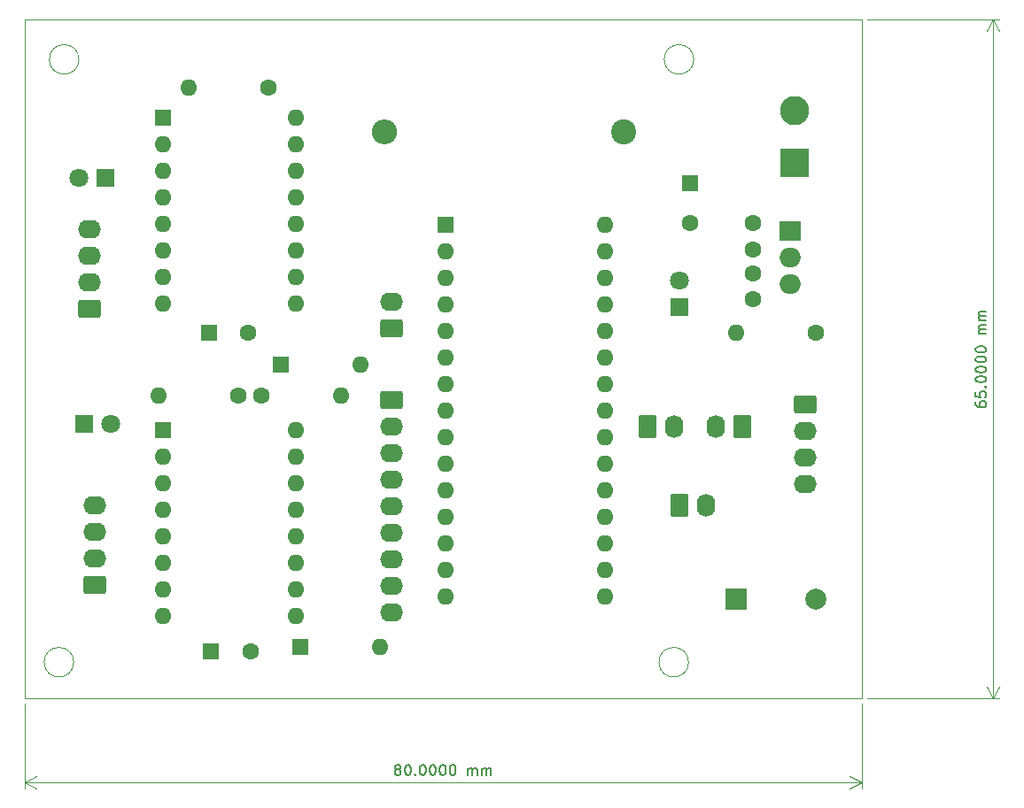
<source format=gbr>
%TF.GenerationSoftware,KiCad,Pcbnew,8.0.6*%
%TF.CreationDate,2026-01-06T07:00:52+07:00*%
%TF.ProjectId,Tesla coil winder Control board ,5465736c-6120-4636-9f69-6c2077696e64,rev?*%
%TF.SameCoordinates,Original*%
%TF.FileFunction,Soldermask,Top*%
%TF.FilePolarity,Negative*%
%FSLAX46Y46*%
G04 Gerber Fmt 4.6, Leading zero omitted, Abs format (unit mm)*
G04 Created by KiCad (PCBNEW 8.0.6) date 2026-01-06 07:00:52*
%MOMM*%
%LPD*%
G01*
G04 APERTURE LIST*
G04 Aperture macros list*
%AMRoundRect*
0 Rectangle with rounded corners*
0 $1 Rounding radius*
0 $2 $3 $4 $5 $6 $7 $8 $9 X,Y pos of 4 corners*
0 Add a 4 corners polygon primitive as box body*
4,1,4,$2,$3,$4,$5,$6,$7,$8,$9,$2,$3,0*
0 Add four circle primitives for the rounded corners*
1,1,$1+$1,$2,$3*
1,1,$1+$1,$4,$5*
1,1,$1+$1,$6,$7*
1,1,$1+$1,$8,$9*
0 Add four rect primitives between the rounded corners*
20,1,$1+$1,$2,$3,$4,$5,0*
20,1,$1+$1,$4,$5,$6,$7,0*
20,1,$1+$1,$6,$7,$8,$9,0*
20,1,$1+$1,$8,$9,$2,$3,0*%
G04 Aperture macros list end*
%ADD10C,1.600000*%
%ADD11O,1.600000X1.600000*%
%ADD12RoundRect,0.250000X0.845000X-0.620000X0.845000X0.620000X-0.845000X0.620000X-0.845000X-0.620000X0*%
%ADD13O,2.190000X1.740000*%
%ADD14RoundRect,0.250000X0.620000X0.845000X-0.620000X0.845000X-0.620000X-0.845000X0.620000X-0.845000X0*%
%ADD15O,1.740000X2.190000*%
%ADD16R,2.000000X1.905000*%
%ADD17O,2.000000X1.905000*%
%ADD18R,2.800000X2.800000*%
%ADD19C,2.800000*%
%ADD20RoundRect,0.250000X-0.620000X-0.845000X0.620000X-0.845000X0.620000X0.845000X-0.620000X0.845000X0*%
%ADD21R,1.800000X1.800000*%
%ADD22C,1.800000*%
%ADD23R,1.600000X1.600000*%
%ADD24RoundRect,0.250000X-0.845000X0.620000X-0.845000X-0.620000X0.845000X-0.620000X0.845000X0.620000X0*%
%ADD25R,2.000000X2.000000*%
%ADD26C,2.000000*%
%ADD27C,2.400000*%
%ADD28O,2.400000X2.400000*%
%TA.AperFunction,Profile*%
%ADD29C,0.050000*%
%TD*%
%ADD30C,0.150000*%
G04 APERTURE END LIST*
D10*
%TO.C,C5*%
X111500000Y-42810000D03*
X111500000Y-45310000D03*
%TD*%
%TO.C,R1*%
X65223144Y-25000000D03*
D11*
X57603144Y-25000000D03*
%TD*%
D12*
%TO.C,J5*%
X48603144Y-72576856D03*
D13*
X48603144Y-70036856D03*
X48603144Y-67496856D03*
X48603144Y-64956856D03*
%TD*%
D14*
%TO.C,J7*%
X110540000Y-57500000D03*
D15*
X108000000Y-57500000D03*
%TD*%
D16*
%TO.C,U1*%
X115055000Y-38730000D03*
D17*
X115055000Y-41270000D03*
X115055000Y-43810000D03*
%TD*%
D10*
%TO.C,R4*%
X64500000Y-54500000D03*
D11*
X72120000Y-54500000D03*
%TD*%
D18*
%TO.C,J3*%
X115500000Y-32230000D03*
D19*
X115500000Y-27230000D03*
%TD*%
D20*
%TO.C,J8*%
X104460000Y-65000000D03*
D15*
X107000000Y-65000000D03*
%TD*%
D12*
%TO.C,J4*%
X48103144Y-46200000D03*
D13*
X48103144Y-43660000D03*
X48103144Y-41120000D03*
X48103144Y-38580000D03*
%TD*%
D21*
%TO.C,D2*%
X49603144Y-33696856D03*
D22*
X47063144Y-33696856D03*
%TD*%
D23*
%TO.C,A1*%
X82180000Y-38120000D03*
D11*
X82180000Y-40660000D03*
X82180000Y-43200000D03*
X82180000Y-45740000D03*
X82180000Y-48280000D03*
X82180000Y-50820000D03*
X82180000Y-53360000D03*
X82180000Y-55900000D03*
X82180000Y-58440000D03*
X82180000Y-60980000D03*
X82180000Y-63520000D03*
X82180000Y-66060000D03*
X82180000Y-68600000D03*
X82180000Y-71140000D03*
X82180000Y-73680000D03*
X97420000Y-73680000D03*
X97420000Y-71140000D03*
X97420000Y-68600000D03*
X97420000Y-66060000D03*
X97420000Y-63520000D03*
X97420000Y-60980000D03*
X97420000Y-58440000D03*
X97420000Y-55900000D03*
X97420000Y-53360000D03*
X97420000Y-50820000D03*
X97420000Y-48280000D03*
X97420000Y-45740000D03*
X97420000Y-43200000D03*
X97420000Y-40660000D03*
X97420000Y-38120000D03*
%TD*%
D23*
%TO.C,C2*%
X59500000Y-48500000D03*
D10*
X63300000Y-48500000D03*
%TD*%
%TO.C,C4*%
X111500000Y-38000000D03*
X111500000Y-40500000D03*
%TD*%
%TO.C,R3*%
X117555000Y-48500000D03*
D11*
X109935000Y-48500000D03*
%TD*%
D20*
%TO.C,J6*%
X101460000Y-57500000D03*
D15*
X104000000Y-57500000D03*
%TD*%
D10*
%TO.C,R2*%
X62310000Y-54500000D03*
D11*
X54690000Y-54500000D03*
%TD*%
D23*
%TO.C,A3*%
X55103144Y-57766856D03*
D11*
X55103144Y-60306856D03*
X55103144Y-62846856D03*
X55103144Y-65386856D03*
X55103144Y-67926856D03*
X55103144Y-70466856D03*
X55103144Y-73006856D03*
X55103144Y-75546856D03*
X67803144Y-75546856D03*
X67803144Y-73006856D03*
X67803144Y-70466856D03*
X67803144Y-67926856D03*
X67803144Y-65386856D03*
X67803144Y-62846856D03*
X67803144Y-60306856D03*
X67803144Y-57766856D03*
%TD*%
D23*
%TO.C,C1*%
X59700000Y-79000000D03*
D10*
X63500000Y-79000000D03*
%TD*%
D24*
%TO.C,J10*%
X77000000Y-54920000D03*
D13*
X77000000Y-57460000D03*
X77000000Y-60000000D03*
X77000000Y-62540000D03*
X77000000Y-65080000D03*
X77000000Y-67620000D03*
X77000000Y-70160000D03*
X77000000Y-72700000D03*
X77000000Y-75240000D03*
%TD*%
D24*
%TO.C,J2*%
X116500000Y-55380000D03*
D13*
X116500000Y-57920000D03*
X116500000Y-60460000D03*
X116500000Y-63000000D03*
%TD*%
D23*
%TO.C,A2*%
X55103144Y-27920000D03*
D11*
X55103144Y-30460000D03*
X55103144Y-33000000D03*
X55103144Y-35540000D03*
X55103144Y-38080000D03*
X55103144Y-40620000D03*
X55103144Y-43160000D03*
X55103144Y-45700000D03*
X67803144Y-45700000D03*
X67803144Y-43160000D03*
X67803144Y-40620000D03*
X67803144Y-38080000D03*
X67803144Y-35540000D03*
X67803144Y-33000000D03*
X67803144Y-30460000D03*
X67803144Y-27920000D03*
%TD*%
D25*
%TO.C,BZ1*%
X109900000Y-74000000D03*
D26*
X117500000Y-74000000D03*
%TD*%
D23*
%TO.C,C3*%
X105500000Y-34200000D03*
D10*
X105500000Y-38000000D03*
%TD*%
D23*
%TO.C,D5*%
X68303144Y-78536856D03*
D11*
X75923144Y-78536856D03*
%TD*%
D12*
%TO.C,J9*%
X77020000Y-48040000D03*
D13*
X77020000Y-45500000D03*
%TD*%
D21*
%TO.C,D1*%
X47563144Y-57196856D03*
D22*
X50103144Y-57196856D03*
%TD*%
D21*
%TO.C,D3*%
X104500000Y-46040000D03*
D22*
X104500000Y-43500000D03*
%TD*%
D27*
%TO.C,F1*%
X99200000Y-29230000D03*
D28*
X76340000Y-29230000D03*
%TD*%
D23*
%TO.C,D4*%
X66380000Y-51536856D03*
D11*
X74000000Y-51536856D03*
%TD*%
D29*
X46603145Y-80000000D02*
G75*
G02*
X43774717Y-80000000I-1414214J0D01*
G01*
X43774717Y-80000000D02*
G75*
G02*
X46603145Y-80000000I1414214J0D01*
G01*
X105868717Y-22333726D02*
G75*
G02*
X103040289Y-22333726I-1414214J0D01*
G01*
X103040289Y-22333726D02*
G75*
G02*
X105868717Y-22333726I1414214J0D01*
G01*
X41915087Y-18487449D02*
X121915087Y-18487449D01*
X121915087Y-83487449D01*
X41915087Y-83487449D01*
X41915087Y-18487449D01*
X105368717Y-80000000D02*
G75*
G02*
X102540289Y-80000000I-1414214J0D01*
G01*
X102540289Y-80000000D02*
G75*
G02*
X105368717Y-80000000I1414214J0D01*
G01*
X47103145Y-22333726D02*
G75*
G02*
X44274717Y-22333726I-1414214J0D01*
G01*
X44274717Y-22333726D02*
G75*
G02*
X47103145Y-22333726I1414214J0D01*
G01*
D30*
X77486516Y-90233389D02*
X77391278Y-90185770D01*
X77391278Y-90185770D02*
X77343659Y-90138151D01*
X77343659Y-90138151D02*
X77296040Y-90042913D01*
X77296040Y-90042913D02*
X77296040Y-89995294D01*
X77296040Y-89995294D02*
X77343659Y-89900056D01*
X77343659Y-89900056D02*
X77391278Y-89852437D01*
X77391278Y-89852437D02*
X77486516Y-89804818D01*
X77486516Y-89804818D02*
X77676992Y-89804818D01*
X77676992Y-89804818D02*
X77772230Y-89852437D01*
X77772230Y-89852437D02*
X77819849Y-89900056D01*
X77819849Y-89900056D02*
X77867468Y-89995294D01*
X77867468Y-89995294D02*
X77867468Y-90042913D01*
X77867468Y-90042913D02*
X77819849Y-90138151D01*
X77819849Y-90138151D02*
X77772230Y-90185770D01*
X77772230Y-90185770D02*
X77676992Y-90233389D01*
X77676992Y-90233389D02*
X77486516Y-90233389D01*
X77486516Y-90233389D02*
X77391278Y-90281008D01*
X77391278Y-90281008D02*
X77343659Y-90328627D01*
X77343659Y-90328627D02*
X77296040Y-90423865D01*
X77296040Y-90423865D02*
X77296040Y-90614341D01*
X77296040Y-90614341D02*
X77343659Y-90709579D01*
X77343659Y-90709579D02*
X77391278Y-90757199D01*
X77391278Y-90757199D02*
X77486516Y-90804818D01*
X77486516Y-90804818D02*
X77676992Y-90804818D01*
X77676992Y-90804818D02*
X77772230Y-90757199D01*
X77772230Y-90757199D02*
X77819849Y-90709579D01*
X77819849Y-90709579D02*
X77867468Y-90614341D01*
X77867468Y-90614341D02*
X77867468Y-90423865D01*
X77867468Y-90423865D02*
X77819849Y-90328627D01*
X77819849Y-90328627D02*
X77772230Y-90281008D01*
X77772230Y-90281008D02*
X77676992Y-90233389D01*
X78486516Y-89804818D02*
X78581754Y-89804818D01*
X78581754Y-89804818D02*
X78676992Y-89852437D01*
X78676992Y-89852437D02*
X78724611Y-89900056D01*
X78724611Y-89900056D02*
X78772230Y-89995294D01*
X78772230Y-89995294D02*
X78819849Y-90185770D01*
X78819849Y-90185770D02*
X78819849Y-90423865D01*
X78819849Y-90423865D02*
X78772230Y-90614341D01*
X78772230Y-90614341D02*
X78724611Y-90709579D01*
X78724611Y-90709579D02*
X78676992Y-90757199D01*
X78676992Y-90757199D02*
X78581754Y-90804818D01*
X78581754Y-90804818D02*
X78486516Y-90804818D01*
X78486516Y-90804818D02*
X78391278Y-90757199D01*
X78391278Y-90757199D02*
X78343659Y-90709579D01*
X78343659Y-90709579D02*
X78296040Y-90614341D01*
X78296040Y-90614341D02*
X78248421Y-90423865D01*
X78248421Y-90423865D02*
X78248421Y-90185770D01*
X78248421Y-90185770D02*
X78296040Y-89995294D01*
X78296040Y-89995294D02*
X78343659Y-89900056D01*
X78343659Y-89900056D02*
X78391278Y-89852437D01*
X78391278Y-89852437D02*
X78486516Y-89804818D01*
X79248421Y-90709579D02*
X79296040Y-90757199D01*
X79296040Y-90757199D02*
X79248421Y-90804818D01*
X79248421Y-90804818D02*
X79200802Y-90757199D01*
X79200802Y-90757199D02*
X79248421Y-90709579D01*
X79248421Y-90709579D02*
X79248421Y-90804818D01*
X79915087Y-89804818D02*
X80010325Y-89804818D01*
X80010325Y-89804818D02*
X80105563Y-89852437D01*
X80105563Y-89852437D02*
X80153182Y-89900056D01*
X80153182Y-89900056D02*
X80200801Y-89995294D01*
X80200801Y-89995294D02*
X80248420Y-90185770D01*
X80248420Y-90185770D02*
X80248420Y-90423865D01*
X80248420Y-90423865D02*
X80200801Y-90614341D01*
X80200801Y-90614341D02*
X80153182Y-90709579D01*
X80153182Y-90709579D02*
X80105563Y-90757199D01*
X80105563Y-90757199D02*
X80010325Y-90804818D01*
X80010325Y-90804818D02*
X79915087Y-90804818D01*
X79915087Y-90804818D02*
X79819849Y-90757199D01*
X79819849Y-90757199D02*
X79772230Y-90709579D01*
X79772230Y-90709579D02*
X79724611Y-90614341D01*
X79724611Y-90614341D02*
X79676992Y-90423865D01*
X79676992Y-90423865D02*
X79676992Y-90185770D01*
X79676992Y-90185770D02*
X79724611Y-89995294D01*
X79724611Y-89995294D02*
X79772230Y-89900056D01*
X79772230Y-89900056D02*
X79819849Y-89852437D01*
X79819849Y-89852437D02*
X79915087Y-89804818D01*
X80867468Y-89804818D02*
X80962706Y-89804818D01*
X80962706Y-89804818D02*
X81057944Y-89852437D01*
X81057944Y-89852437D02*
X81105563Y-89900056D01*
X81105563Y-89900056D02*
X81153182Y-89995294D01*
X81153182Y-89995294D02*
X81200801Y-90185770D01*
X81200801Y-90185770D02*
X81200801Y-90423865D01*
X81200801Y-90423865D02*
X81153182Y-90614341D01*
X81153182Y-90614341D02*
X81105563Y-90709579D01*
X81105563Y-90709579D02*
X81057944Y-90757199D01*
X81057944Y-90757199D02*
X80962706Y-90804818D01*
X80962706Y-90804818D02*
X80867468Y-90804818D01*
X80867468Y-90804818D02*
X80772230Y-90757199D01*
X80772230Y-90757199D02*
X80724611Y-90709579D01*
X80724611Y-90709579D02*
X80676992Y-90614341D01*
X80676992Y-90614341D02*
X80629373Y-90423865D01*
X80629373Y-90423865D02*
X80629373Y-90185770D01*
X80629373Y-90185770D02*
X80676992Y-89995294D01*
X80676992Y-89995294D02*
X80724611Y-89900056D01*
X80724611Y-89900056D02*
X80772230Y-89852437D01*
X80772230Y-89852437D02*
X80867468Y-89804818D01*
X81819849Y-89804818D02*
X81915087Y-89804818D01*
X81915087Y-89804818D02*
X82010325Y-89852437D01*
X82010325Y-89852437D02*
X82057944Y-89900056D01*
X82057944Y-89900056D02*
X82105563Y-89995294D01*
X82105563Y-89995294D02*
X82153182Y-90185770D01*
X82153182Y-90185770D02*
X82153182Y-90423865D01*
X82153182Y-90423865D02*
X82105563Y-90614341D01*
X82105563Y-90614341D02*
X82057944Y-90709579D01*
X82057944Y-90709579D02*
X82010325Y-90757199D01*
X82010325Y-90757199D02*
X81915087Y-90804818D01*
X81915087Y-90804818D02*
X81819849Y-90804818D01*
X81819849Y-90804818D02*
X81724611Y-90757199D01*
X81724611Y-90757199D02*
X81676992Y-90709579D01*
X81676992Y-90709579D02*
X81629373Y-90614341D01*
X81629373Y-90614341D02*
X81581754Y-90423865D01*
X81581754Y-90423865D02*
X81581754Y-90185770D01*
X81581754Y-90185770D02*
X81629373Y-89995294D01*
X81629373Y-89995294D02*
X81676992Y-89900056D01*
X81676992Y-89900056D02*
X81724611Y-89852437D01*
X81724611Y-89852437D02*
X81819849Y-89804818D01*
X82772230Y-89804818D02*
X82867468Y-89804818D01*
X82867468Y-89804818D02*
X82962706Y-89852437D01*
X82962706Y-89852437D02*
X83010325Y-89900056D01*
X83010325Y-89900056D02*
X83057944Y-89995294D01*
X83057944Y-89995294D02*
X83105563Y-90185770D01*
X83105563Y-90185770D02*
X83105563Y-90423865D01*
X83105563Y-90423865D02*
X83057944Y-90614341D01*
X83057944Y-90614341D02*
X83010325Y-90709579D01*
X83010325Y-90709579D02*
X82962706Y-90757199D01*
X82962706Y-90757199D02*
X82867468Y-90804818D01*
X82867468Y-90804818D02*
X82772230Y-90804818D01*
X82772230Y-90804818D02*
X82676992Y-90757199D01*
X82676992Y-90757199D02*
X82629373Y-90709579D01*
X82629373Y-90709579D02*
X82581754Y-90614341D01*
X82581754Y-90614341D02*
X82534135Y-90423865D01*
X82534135Y-90423865D02*
X82534135Y-90185770D01*
X82534135Y-90185770D02*
X82581754Y-89995294D01*
X82581754Y-89995294D02*
X82629373Y-89900056D01*
X82629373Y-89900056D02*
X82676992Y-89852437D01*
X82676992Y-89852437D02*
X82772230Y-89804818D01*
X84296040Y-90804818D02*
X84296040Y-90138151D01*
X84296040Y-90233389D02*
X84343659Y-90185770D01*
X84343659Y-90185770D02*
X84438897Y-90138151D01*
X84438897Y-90138151D02*
X84581754Y-90138151D01*
X84581754Y-90138151D02*
X84676992Y-90185770D01*
X84676992Y-90185770D02*
X84724611Y-90281008D01*
X84724611Y-90281008D02*
X84724611Y-90804818D01*
X84724611Y-90281008D02*
X84772230Y-90185770D01*
X84772230Y-90185770D02*
X84867468Y-90138151D01*
X84867468Y-90138151D02*
X85010325Y-90138151D01*
X85010325Y-90138151D02*
X85105564Y-90185770D01*
X85105564Y-90185770D02*
X85153183Y-90281008D01*
X85153183Y-90281008D02*
X85153183Y-90804818D01*
X85629373Y-90804818D02*
X85629373Y-90138151D01*
X85629373Y-90233389D02*
X85676992Y-90185770D01*
X85676992Y-90185770D02*
X85772230Y-90138151D01*
X85772230Y-90138151D02*
X85915087Y-90138151D01*
X85915087Y-90138151D02*
X86010325Y-90185770D01*
X86010325Y-90185770D02*
X86057944Y-90281008D01*
X86057944Y-90281008D02*
X86057944Y-90804818D01*
X86057944Y-90281008D02*
X86105563Y-90185770D01*
X86105563Y-90185770D02*
X86200801Y-90138151D01*
X86200801Y-90138151D02*
X86343658Y-90138151D01*
X86343658Y-90138151D02*
X86438897Y-90185770D01*
X86438897Y-90185770D02*
X86486516Y-90281008D01*
X86486516Y-90281008D02*
X86486516Y-90804818D01*
D29*
X41915087Y-83987449D02*
X41915087Y-92086419D01*
X121915087Y-83987449D02*
X121915087Y-92086419D01*
X41915087Y-91499999D02*
X121915087Y-91499999D01*
X41915087Y-91499999D02*
X121915087Y-91499999D01*
X41915087Y-91499999D02*
X43041591Y-90913578D01*
X41915087Y-91499999D02*
X43041591Y-92086420D01*
X121915087Y-91499999D02*
X120788583Y-92086420D01*
X121915087Y-91499999D02*
X120788583Y-90913578D01*
D30*
X132804819Y-55130305D02*
X132804819Y-55320781D01*
X132804819Y-55320781D02*
X132852438Y-55416019D01*
X132852438Y-55416019D02*
X132900057Y-55463638D01*
X132900057Y-55463638D02*
X133042914Y-55558876D01*
X133042914Y-55558876D02*
X133233390Y-55606495D01*
X133233390Y-55606495D02*
X133614342Y-55606495D01*
X133614342Y-55606495D02*
X133709580Y-55558876D01*
X133709580Y-55558876D02*
X133757200Y-55511257D01*
X133757200Y-55511257D02*
X133804819Y-55416019D01*
X133804819Y-55416019D02*
X133804819Y-55225543D01*
X133804819Y-55225543D02*
X133757200Y-55130305D01*
X133757200Y-55130305D02*
X133709580Y-55082686D01*
X133709580Y-55082686D02*
X133614342Y-55035067D01*
X133614342Y-55035067D02*
X133376247Y-55035067D01*
X133376247Y-55035067D02*
X133281009Y-55082686D01*
X133281009Y-55082686D02*
X133233390Y-55130305D01*
X133233390Y-55130305D02*
X133185771Y-55225543D01*
X133185771Y-55225543D02*
X133185771Y-55416019D01*
X133185771Y-55416019D02*
X133233390Y-55511257D01*
X133233390Y-55511257D02*
X133281009Y-55558876D01*
X133281009Y-55558876D02*
X133376247Y-55606495D01*
X132804819Y-54130305D02*
X132804819Y-54606495D01*
X132804819Y-54606495D02*
X133281009Y-54654114D01*
X133281009Y-54654114D02*
X133233390Y-54606495D01*
X133233390Y-54606495D02*
X133185771Y-54511257D01*
X133185771Y-54511257D02*
X133185771Y-54273162D01*
X133185771Y-54273162D02*
X133233390Y-54177924D01*
X133233390Y-54177924D02*
X133281009Y-54130305D01*
X133281009Y-54130305D02*
X133376247Y-54082686D01*
X133376247Y-54082686D02*
X133614342Y-54082686D01*
X133614342Y-54082686D02*
X133709580Y-54130305D01*
X133709580Y-54130305D02*
X133757200Y-54177924D01*
X133757200Y-54177924D02*
X133804819Y-54273162D01*
X133804819Y-54273162D02*
X133804819Y-54511257D01*
X133804819Y-54511257D02*
X133757200Y-54606495D01*
X133757200Y-54606495D02*
X133709580Y-54654114D01*
X133709580Y-53654114D02*
X133757200Y-53606495D01*
X133757200Y-53606495D02*
X133804819Y-53654114D01*
X133804819Y-53654114D02*
X133757200Y-53701733D01*
X133757200Y-53701733D02*
X133709580Y-53654114D01*
X133709580Y-53654114D02*
X133804819Y-53654114D01*
X132804819Y-52987448D02*
X132804819Y-52892210D01*
X132804819Y-52892210D02*
X132852438Y-52796972D01*
X132852438Y-52796972D02*
X132900057Y-52749353D01*
X132900057Y-52749353D02*
X132995295Y-52701734D01*
X132995295Y-52701734D02*
X133185771Y-52654115D01*
X133185771Y-52654115D02*
X133423866Y-52654115D01*
X133423866Y-52654115D02*
X133614342Y-52701734D01*
X133614342Y-52701734D02*
X133709580Y-52749353D01*
X133709580Y-52749353D02*
X133757200Y-52796972D01*
X133757200Y-52796972D02*
X133804819Y-52892210D01*
X133804819Y-52892210D02*
X133804819Y-52987448D01*
X133804819Y-52987448D02*
X133757200Y-53082686D01*
X133757200Y-53082686D02*
X133709580Y-53130305D01*
X133709580Y-53130305D02*
X133614342Y-53177924D01*
X133614342Y-53177924D02*
X133423866Y-53225543D01*
X133423866Y-53225543D02*
X133185771Y-53225543D01*
X133185771Y-53225543D02*
X132995295Y-53177924D01*
X132995295Y-53177924D02*
X132900057Y-53130305D01*
X132900057Y-53130305D02*
X132852438Y-53082686D01*
X132852438Y-53082686D02*
X132804819Y-52987448D01*
X132804819Y-52035067D02*
X132804819Y-51939829D01*
X132804819Y-51939829D02*
X132852438Y-51844591D01*
X132852438Y-51844591D02*
X132900057Y-51796972D01*
X132900057Y-51796972D02*
X132995295Y-51749353D01*
X132995295Y-51749353D02*
X133185771Y-51701734D01*
X133185771Y-51701734D02*
X133423866Y-51701734D01*
X133423866Y-51701734D02*
X133614342Y-51749353D01*
X133614342Y-51749353D02*
X133709580Y-51796972D01*
X133709580Y-51796972D02*
X133757200Y-51844591D01*
X133757200Y-51844591D02*
X133804819Y-51939829D01*
X133804819Y-51939829D02*
X133804819Y-52035067D01*
X133804819Y-52035067D02*
X133757200Y-52130305D01*
X133757200Y-52130305D02*
X133709580Y-52177924D01*
X133709580Y-52177924D02*
X133614342Y-52225543D01*
X133614342Y-52225543D02*
X133423866Y-52273162D01*
X133423866Y-52273162D02*
X133185771Y-52273162D01*
X133185771Y-52273162D02*
X132995295Y-52225543D01*
X132995295Y-52225543D02*
X132900057Y-52177924D01*
X132900057Y-52177924D02*
X132852438Y-52130305D01*
X132852438Y-52130305D02*
X132804819Y-52035067D01*
X132804819Y-51082686D02*
X132804819Y-50987448D01*
X132804819Y-50987448D02*
X132852438Y-50892210D01*
X132852438Y-50892210D02*
X132900057Y-50844591D01*
X132900057Y-50844591D02*
X132995295Y-50796972D01*
X132995295Y-50796972D02*
X133185771Y-50749353D01*
X133185771Y-50749353D02*
X133423866Y-50749353D01*
X133423866Y-50749353D02*
X133614342Y-50796972D01*
X133614342Y-50796972D02*
X133709580Y-50844591D01*
X133709580Y-50844591D02*
X133757200Y-50892210D01*
X133757200Y-50892210D02*
X133804819Y-50987448D01*
X133804819Y-50987448D02*
X133804819Y-51082686D01*
X133804819Y-51082686D02*
X133757200Y-51177924D01*
X133757200Y-51177924D02*
X133709580Y-51225543D01*
X133709580Y-51225543D02*
X133614342Y-51273162D01*
X133614342Y-51273162D02*
X133423866Y-51320781D01*
X133423866Y-51320781D02*
X133185771Y-51320781D01*
X133185771Y-51320781D02*
X132995295Y-51273162D01*
X132995295Y-51273162D02*
X132900057Y-51225543D01*
X132900057Y-51225543D02*
X132852438Y-51177924D01*
X132852438Y-51177924D02*
X132804819Y-51082686D01*
X132804819Y-50130305D02*
X132804819Y-50035067D01*
X132804819Y-50035067D02*
X132852438Y-49939829D01*
X132852438Y-49939829D02*
X132900057Y-49892210D01*
X132900057Y-49892210D02*
X132995295Y-49844591D01*
X132995295Y-49844591D02*
X133185771Y-49796972D01*
X133185771Y-49796972D02*
X133423866Y-49796972D01*
X133423866Y-49796972D02*
X133614342Y-49844591D01*
X133614342Y-49844591D02*
X133709580Y-49892210D01*
X133709580Y-49892210D02*
X133757200Y-49939829D01*
X133757200Y-49939829D02*
X133804819Y-50035067D01*
X133804819Y-50035067D02*
X133804819Y-50130305D01*
X133804819Y-50130305D02*
X133757200Y-50225543D01*
X133757200Y-50225543D02*
X133709580Y-50273162D01*
X133709580Y-50273162D02*
X133614342Y-50320781D01*
X133614342Y-50320781D02*
X133423866Y-50368400D01*
X133423866Y-50368400D02*
X133185771Y-50368400D01*
X133185771Y-50368400D02*
X132995295Y-50320781D01*
X132995295Y-50320781D02*
X132900057Y-50273162D01*
X132900057Y-50273162D02*
X132852438Y-50225543D01*
X132852438Y-50225543D02*
X132804819Y-50130305D01*
X133804819Y-48606495D02*
X133138152Y-48606495D01*
X133233390Y-48606495D02*
X133185771Y-48558876D01*
X133185771Y-48558876D02*
X133138152Y-48463638D01*
X133138152Y-48463638D02*
X133138152Y-48320781D01*
X133138152Y-48320781D02*
X133185771Y-48225543D01*
X133185771Y-48225543D02*
X133281009Y-48177924D01*
X133281009Y-48177924D02*
X133804819Y-48177924D01*
X133281009Y-48177924D02*
X133185771Y-48130305D01*
X133185771Y-48130305D02*
X133138152Y-48035067D01*
X133138152Y-48035067D02*
X133138152Y-47892210D01*
X133138152Y-47892210D02*
X133185771Y-47796971D01*
X133185771Y-47796971D02*
X133281009Y-47749352D01*
X133281009Y-47749352D02*
X133804819Y-47749352D01*
X133804819Y-47273162D02*
X133138152Y-47273162D01*
X133233390Y-47273162D02*
X133185771Y-47225543D01*
X133185771Y-47225543D02*
X133138152Y-47130305D01*
X133138152Y-47130305D02*
X133138152Y-46987448D01*
X133138152Y-46987448D02*
X133185771Y-46892210D01*
X133185771Y-46892210D02*
X133281009Y-46844591D01*
X133281009Y-46844591D02*
X133804819Y-46844591D01*
X133281009Y-46844591D02*
X133185771Y-46796972D01*
X133185771Y-46796972D02*
X133138152Y-46701734D01*
X133138152Y-46701734D02*
X133138152Y-46558877D01*
X133138152Y-46558877D02*
X133185771Y-46463638D01*
X133185771Y-46463638D02*
X133281009Y-46416019D01*
X133281009Y-46416019D02*
X133804819Y-46416019D01*
D29*
X122415087Y-83487449D02*
X135086420Y-83487449D01*
X122415087Y-18487449D02*
X135086420Y-18487449D01*
X134500000Y-83487449D02*
X134500000Y-18487449D01*
X134500000Y-83487449D02*
X134500000Y-18487449D01*
X134500000Y-83487449D02*
X133913579Y-82360945D01*
X134500000Y-83487449D02*
X135086421Y-82360945D01*
X134500000Y-18487449D02*
X135086421Y-19613953D01*
X134500000Y-18487449D02*
X133913579Y-19613953D01*
M02*

</source>
